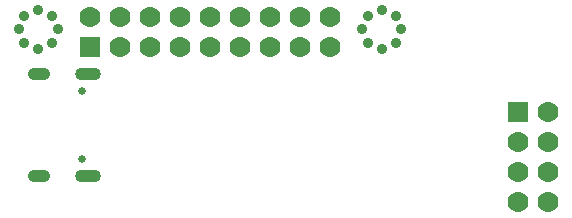
<source format=gbs>
G04*
G04 #@! TF.GenerationSoftware,Altium Limited,Altium Designer,24.10.1 (45)*
G04*
G04 Layer_Color=16711935*
%FSLAX43Y43*%
%MOMM*%
G71*
G04*
G04 #@! TF.SameCoordinates,0D4173EF-80CD-4202-816C-6E999FE666B8*
G04*
G04*
G04 #@! TF.FilePolarity,Negative*
G04*
G01*
G75*
%ADD41C,0.650*%
%ADD64O,1.876X1.076*%
%ADD65O,2.176X1.076*%
G04:AMPARAMS|DCode=66|XSize=1.776mm|YSize=1.776mm|CornerRadius=0.888mm|HoleSize=0mm|Usage=FLASHONLY|Rotation=90.000|XOffset=0mm|YOffset=0mm|HoleType=Round|Shape=RoundedRectangle|*
%AMROUNDEDRECTD66*
21,1,1.776,0.000,0,0,90.0*
21,1,0.000,1.776,0,0,90.0*
1,1,1.776,0.000,0.000*
1,1,1.776,0.000,0.000*
1,1,1.776,0.000,0.000*
1,1,1.776,0.000,0.000*
%
%ADD66ROUNDEDRECTD66*%
%ADD67R,1.776X1.776*%
G04:AMPARAMS|DCode=68|XSize=1.776mm|YSize=1.776mm|CornerRadius=0.888mm|HoleSize=0mm|Usage=FLASHONLY|Rotation=0.000|XOffset=0mm|YOffset=0mm|HoleType=Round|Shape=RoundedRectangle|*
%AMROUNDEDRECTD68*
21,1,1.776,0.000,0,0,0.0*
21,1,0.000,1.776,0,0,0.0*
1,1,1.776,0.000,0.000*
1,1,1.776,0.000,0.000*
1,1,1.776,0.000,0.000*
1,1,1.776,0.000,0.000*
%
%ADD68ROUNDEDRECTD68*%
%ADD69R,1.776X1.776*%
%ADD70C,0.876*%
D41*
X6602Y6110D02*
D03*
Y11890D02*
D03*
D64*
X2922Y4680D02*
D03*
Y13320D02*
D03*
D65*
X7102Y4680D02*
D03*
Y13320D02*
D03*
D66*
X7300Y18140D02*
D03*
X9840Y15600D02*
D03*
X20000D02*
D03*
X22540D02*
D03*
X14920D02*
D03*
X17460D02*
D03*
X25080D02*
D03*
X27620D02*
D03*
X12380D02*
D03*
X17460Y18140D02*
D03*
X9840D02*
D03*
X14920D02*
D03*
X12380D02*
D03*
X27620D02*
D03*
X20000D02*
D03*
X25080D02*
D03*
X22540D02*
D03*
D67*
X7300Y15600D02*
D03*
D68*
X43485Y7544D02*
D03*
Y2464D02*
D03*
Y5004D02*
D03*
X46025D02*
D03*
Y2464D02*
D03*
Y10084D02*
D03*
Y7544D02*
D03*
D69*
X43485Y10084D02*
D03*
D70*
X30833Y15933D02*
D03*
X30350Y17100D02*
D03*
X32000Y15450D02*
D03*
X33167Y15933D02*
D03*
X30833Y18267D02*
D03*
X32000Y18750D02*
D03*
X33650Y17100D02*
D03*
X33167Y18267D02*
D03*
X1733Y15933D02*
D03*
X1250Y17100D02*
D03*
X2900Y15450D02*
D03*
X4067Y15933D02*
D03*
X1733Y18267D02*
D03*
X2900Y18750D02*
D03*
X4550Y17100D02*
D03*
X4067Y18267D02*
D03*
M02*

</source>
